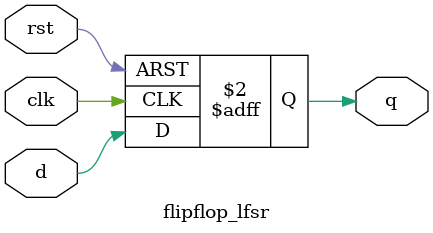
<source format=v>
module flipflop_lfsr(q, clk, rst, d);
input clk;
input rst;
input d;
output q;
reg q;
always @(posedge clk or posedge rst) begin
if (rst)
q = 0;
else
q = d;
end
endmodule
</source>
